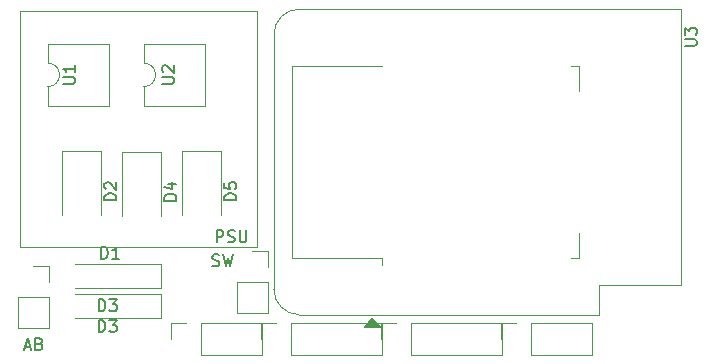
<source format=gbr>
%TF.GenerationSoftware,KiCad,Pcbnew,5.1.6-c6e7f7d~87~ubuntu18.04.1*%
%TF.CreationDate,2020-09-18T00:52:06+02:00*%
%TF.ProjectId,airpcb_smd,61697270-6362-45f7-936d-642e6b696361,rev?*%
%TF.SameCoordinates,Original*%
%TF.FileFunction,Legend,Top*%
%TF.FilePolarity,Positive*%
%FSLAX46Y46*%
G04 Gerber Fmt 4.6, Leading zero omitted, Abs format (unit mm)*
G04 Created by KiCad (PCBNEW 5.1.6-c6e7f7d~87~ubuntu18.04.1) date 2020-09-18 00:52:06*
%MOMM*%
%LPD*%
G01*
G04 APERTURE LIST*
%ADD10C,0.120000*%
%ADD11C,0.150000*%
G04 APERTURE END LIST*
D10*
%TO.C,J11*%
X71468000Y-34384000D02*
X71468000Y-14384000D01*
X51468000Y-14384000D02*
X51468000Y-34384000D01*
X51468000Y-34384000D02*
X71468000Y-34384000D01*
X51468000Y-14384000D02*
X71468000Y-14384000D01*
%TO.C,U3*%
X100500000Y-37568000D02*
X107400000Y-37568000D01*
X100500000Y-40108000D02*
X100500000Y-37568000D01*
D11*
G36*
X80645000Y-41148000D02*
G01*
X81915000Y-41148000D01*
X81280000Y-40513000D01*
X80645000Y-41148000D01*
G37*
X80645000Y-41148000D02*
X81915000Y-41148000D01*
X81280000Y-40513000D01*
X80645000Y-41148000D01*
D10*
X72940000Y-16368000D02*
X72940000Y-37978000D01*
X107400000Y-14248000D02*
X75070000Y-14248000D01*
X100500000Y-40108000D02*
X75070000Y-40108000D01*
X107400000Y-37568000D02*
X107400000Y-14248000D01*
X72940000Y-16378000D02*
G75*
G02*
X75070000Y-14248000I2130000J0D01*
G01*
X75070000Y-40108000D02*
G75*
G02*
X72940000Y-37978000I0J2130000D01*
G01*
%TO.C,U4*%
X82114000Y-35298000D02*
X82114000Y-35908000D01*
X82114000Y-35298000D02*
X74494000Y-35298000D01*
X98734000Y-35298000D02*
X98114000Y-35298000D01*
X98734000Y-33178000D02*
X98734000Y-35298000D01*
X98734000Y-19058000D02*
X98734000Y-21178000D01*
X98114000Y-19058000D02*
X98734000Y-19058000D01*
X74494000Y-19058000D02*
X82114000Y-19058000D01*
X74494000Y-35298000D02*
X74494000Y-19058000D01*
%TO.C,D2*%
X58292000Y-26286000D02*
X58292000Y-31686000D01*
X54992000Y-26286000D02*
X54992000Y-31686000D01*
X58292000Y-26286000D02*
X54992000Y-26286000D01*
%TO.C,D4*%
X63372000Y-26318000D02*
X60072000Y-26318000D01*
X60072000Y-26318000D02*
X60072000Y-31718000D01*
X63372000Y-26318000D02*
X63372000Y-31718000D01*
%TO.C,D5*%
X68452000Y-26286000D02*
X65152000Y-26286000D01*
X65152000Y-26286000D02*
X65152000Y-31686000D01*
X68452000Y-26286000D02*
X68452000Y-31686000D01*
%TO.C,J1*%
X84582000Y-43494000D02*
X84582000Y-40834000D01*
X84582000Y-43494000D02*
X92262000Y-43494000D01*
X92262000Y-43494000D02*
X92262000Y-40834000D01*
X84582000Y-40834000D02*
X92262000Y-40834000D01*
X81982000Y-40834000D02*
X83312000Y-40834000D01*
X81982000Y-42164000D02*
X81982000Y-40834000D01*
%TO.C,J2*%
X71822000Y-42164000D02*
X71822000Y-40834000D01*
X71822000Y-40834000D02*
X73152000Y-40834000D01*
X74422000Y-40834000D02*
X82102000Y-40834000D01*
X82102000Y-43494000D02*
X82102000Y-40834000D01*
X74422000Y-43494000D02*
X82102000Y-43494000D01*
X74422000Y-43494000D02*
X74422000Y-40834000D01*
%TO.C,J3*%
X69790000Y-37338000D02*
X72450000Y-37338000D01*
X69790000Y-37338000D02*
X69790000Y-39938000D01*
X69790000Y-39938000D02*
X72450000Y-39938000D01*
X72450000Y-37338000D02*
X72450000Y-39938000D01*
X72450000Y-34738000D02*
X72450000Y-36068000D01*
X71120000Y-34738000D02*
X72450000Y-34738000D01*
%TO.C,J4*%
X52578000Y-36008000D02*
X53908000Y-36008000D01*
X53908000Y-36008000D02*
X53908000Y-37338000D01*
X53908000Y-38608000D02*
X53908000Y-41208000D01*
X51248000Y-41208000D02*
X53908000Y-41208000D01*
X51248000Y-38608000D02*
X51248000Y-41208000D01*
X51248000Y-38608000D02*
X53908000Y-38608000D01*
%TO.C,J7*%
X94742000Y-43494000D02*
X94742000Y-40834000D01*
X94742000Y-43494000D02*
X99882000Y-43494000D01*
X99882000Y-43494000D02*
X99882000Y-40834000D01*
X94742000Y-40834000D02*
X99882000Y-40834000D01*
X92142000Y-40834000D02*
X93472000Y-40834000D01*
X92142000Y-42164000D02*
X92142000Y-40834000D01*
%TO.C,J8*%
X64202000Y-42164000D02*
X64202000Y-40834000D01*
X64202000Y-40834000D02*
X65532000Y-40834000D01*
X66802000Y-40834000D02*
X71942000Y-40834000D01*
X71942000Y-43494000D02*
X71942000Y-40834000D01*
X66802000Y-43494000D02*
X71942000Y-43494000D01*
X66802000Y-43494000D02*
X66802000Y-40834000D01*
%TO.C,U1*%
X53788000Y-20812000D02*
X53788000Y-22462000D01*
X53788000Y-22462000D02*
X58988000Y-22462000D01*
X58988000Y-22462000D02*
X58988000Y-17162000D01*
X58988000Y-17162000D02*
X53788000Y-17162000D01*
X53788000Y-17162000D02*
X53788000Y-18812000D01*
X53788000Y-18812000D02*
G75*
G02*
X53788000Y-20812000I0J-1000000D01*
G01*
%TO.C,U2*%
X61916000Y-17162000D02*
X61916000Y-18812000D01*
X67116000Y-17162000D02*
X61916000Y-17162000D01*
X67116000Y-22462000D02*
X67116000Y-17162000D01*
X61916000Y-22462000D02*
X67116000Y-22462000D01*
X61916000Y-20812000D02*
X61916000Y-22462000D01*
X61916000Y-18812000D02*
G75*
G02*
X61916000Y-20812000I0J-1000000D01*
G01*
%TO.C,D1*%
X56095000Y-37830000D02*
X63395000Y-37830000D01*
X63395000Y-37830000D02*
X63395000Y-35830000D01*
X63395000Y-35830000D02*
X56095000Y-35830000D01*
%TO.C,D3*%
X63395000Y-38370000D02*
X56095000Y-38370000D01*
X63395000Y-40370000D02*
X63395000Y-38370000D01*
X56095000Y-40370000D02*
X63395000Y-40370000D01*
%TO.C,J11*%
D11*
X68080095Y-33980380D02*
X68080095Y-32980380D01*
X68461047Y-32980380D01*
X68556285Y-33028000D01*
X68603904Y-33075619D01*
X68651523Y-33170857D01*
X68651523Y-33313714D01*
X68603904Y-33408952D01*
X68556285Y-33456571D01*
X68461047Y-33504190D01*
X68080095Y-33504190D01*
X69032476Y-33932761D02*
X69175333Y-33980380D01*
X69413428Y-33980380D01*
X69508666Y-33932761D01*
X69556285Y-33885142D01*
X69603904Y-33789904D01*
X69603904Y-33694666D01*
X69556285Y-33599428D01*
X69508666Y-33551809D01*
X69413428Y-33504190D01*
X69222952Y-33456571D01*
X69127714Y-33408952D01*
X69080095Y-33361333D01*
X69032476Y-33266095D01*
X69032476Y-33170857D01*
X69080095Y-33075619D01*
X69127714Y-33028000D01*
X69222952Y-32980380D01*
X69461047Y-32980380D01*
X69603904Y-33028000D01*
X70032476Y-32980380D02*
X70032476Y-33789904D01*
X70080095Y-33885142D01*
X70127714Y-33932761D01*
X70222952Y-33980380D01*
X70413428Y-33980380D01*
X70508666Y-33932761D01*
X70556285Y-33885142D01*
X70603904Y-33789904D01*
X70603904Y-32980380D01*
%TO.C,U3*%
X107732380Y-17369904D02*
X108541904Y-17369904D01*
X108637142Y-17322285D01*
X108684761Y-17274666D01*
X108732380Y-17179428D01*
X108732380Y-16988952D01*
X108684761Y-16893714D01*
X108637142Y-16846095D01*
X108541904Y-16798476D01*
X107732380Y-16798476D01*
X107732380Y-16417523D02*
X107732380Y-15798476D01*
X108113333Y-16131809D01*
X108113333Y-15988952D01*
X108160952Y-15893714D01*
X108208571Y-15846095D01*
X108303809Y-15798476D01*
X108541904Y-15798476D01*
X108637142Y-15846095D01*
X108684761Y-15893714D01*
X108732380Y-15988952D01*
X108732380Y-16274666D01*
X108684761Y-16369904D01*
X108637142Y-16417523D01*
%TO.C,D2*%
X59594380Y-30424095D02*
X58594380Y-30424095D01*
X58594380Y-30186000D01*
X58642000Y-30043142D01*
X58737238Y-29947904D01*
X58832476Y-29900285D01*
X59022952Y-29852666D01*
X59165809Y-29852666D01*
X59356285Y-29900285D01*
X59451523Y-29947904D01*
X59546761Y-30043142D01*
X59594380Y-30186000D01*
X59594380Y-30424095D01*
X58689619Y-29471714D02*
X58642000Y-29424095D01*
X58594380Y-29328857D01*
X58594380Y-29090761D01*
X58642000Y-28995523D01*
X58689619Y-28947904D01*
X58784857Y-28900285D01*
X58880095Y-28900285D01*
X59022952Y-28947904D01*
X59594380Y-29519333D01*
X59594380Y-28900285D01*
%TO.C,D4*%
X64674380Y-30456095D02*
X63674380Y-30456095D01*
X63674380Y-30218000D01*
X63722000Y-30075142D01*
X63817238Y-29979904D01*
X63912476Y-29932285D01*
X64102952Y-29884666D01*
X64245809Y-29884666D01*
X64436285Y-29932285D01*
X64531523Y-29979904D01*
X64626761Y-30075142D01*
X64674380Y-30218000D01*
X64674380Y-30456095D01*
X64007714Y-29027523D02*
X64674380Y-29027523D01*
X63626761Y-29265619D02*
X64341047Y-29503714D01*
X64341047Y-28884666D01*
%TO.C,D5*%
X69754380Y-30424095D02*
X68754380Y-30424095D01*
X68754380Y-30186000D01*
X68802000Y-30043142D01*
X68897238Y-29947904D01*
X68992476Y-29900285D01*
X69182952Y-29852666D01*
X69325809Y-29852666D01*
X69516285Y-29900285D01*
X69611523Y-29947904D01*
X69706761Y-30043142D01*
X69754380Y-30186000D01*
X69754380Y-30424095D01*
X68754380Y-28947904D02*
X68754380Y-29424095D01*
X69230571Y-29471714D01*
X69182952Y-29424095D01*
X69135333Y-29328857D01*
X69135333Y-29090761D01*
X69182952Y-28995523D01*
X69230571Y-28947904D01*
X69325809Y-28900285D01*
X69563904Y-28900285D01*
X69659142Y-28947904D01*
X69706761Y-28995523D01*
X69754380Y-29090761D01*
X69754380Y-29328857D01*
X69706761Y-29424095D01*
X69659142Y-29471714D01*
%TO.C,J3*%
X67722857Y-35964761D02*
X67865714Y-36012380D01*
X68103809Y-36012380D01*
X68199047Y-35964761D01*
X68246666Y-35917142D01*
X68294285Y-35821904D01*
X68294285Y-35726666D01*
X68246666Y-35631428D01*
X68199047Y-35583809D01*
X68103809Y-35536190D01*
X67913333Y-35488571D01*
X67818095Y-35440952D01*
X67770476Y-35393333D01*
X67722857Y-35298095D01*
X67722857Y-35202857D01*
X67770476Y-35107619D01*
X67818095Y-35060000D01*
X67913333Y-35012380D01*
X68151428Y-35012380D01*
X68294285Y-35060000D01*
X68627619Y-35012380D02*
X68865714Y-36012380D01*
X69056190Y-35298095D01*
X69246666Y-36012380D01*
X69484761Y-35012380D01*
%TO.C,J4*%
X51839904Y-42814666D02*
X52316095Y-42814666D01*
X51744666Y-43100380D02*
X52078000Y-42100380D01*
X52411333Y-43100380D01*
X53078000Y-42576571D02*
X53220857Y-42624190D01*
X53268476Y-42671809D01*
X53316095Y-42767047D01*
X53316095Y-42909904D01*
X53268476Y-43005142D01*
X53220857Y-43052761D01*
X53125619Y-43100380D01*
X52744666Y-43100380D01*
X52744666Y-42100380D01*
X53078000Y-42100380D01*
X53173238Y-42148000D01*
X53220857Y-42195619D01*
X53268476Y-42290857D01*
X53268476Y-42386095D01*
X53220857Y-42481333D01*
X53173238Y-42528952D01*
X53078000Y-42576571D01*
X52744666Y-42576571D01*
%TO.C,U1*%
X55078380Y-20573904D02*
X55887904Y-20573904D01*
X55983142Y-20526285D01*
X56030761Y-20478666D01*
X56078380Y-20383428D01*
X56078380Y-20192952D01*
X56030761Y-20097714D01*
X55983142Y-20050095D01*
X55887904Y-20002476D01*
X55078380Y-20002476D01*
X56078380Y-19002476D02*
X56078380Y-19573904D01*
X56078380Y-19288190D02*
X55078380Y-19288190D01*
X55221238Y-19383428D01*
X55316476Y-19478666D01*
X55364095Y-19573904D01*
%TO.C,U2*%
X63460380Y-20573904D02*
X64269904Y-20573904D01*
X64365142Y-20526285D01*
X64412761Y-20478666D01*
X64460380Y-20383428D01*
X64460380Y-20192952D01*
X64412761Y-20097714D01*
X64365142Y-20050095D01*
X64269904Y-20002476D01*
X63460380Y-20002476D01*
X63555619Y-19573904D02*
X63508000Y-19526285D01*
X63460380Y-19431047D01*
X63460380Y-19192952D01*
X63508000Y-19097714D01*
X63555619Y-19050095D01*
X63650857Y-19002476D01*
X63746095Y-19002476D01*
X63888952Y-19050095D01*
X64460380Y-19621523D01*
X64460380Y-19002476D01*
%TO.C,D1*%
X58316904Y-35377380D02*
X58316904Y-34377380D01*
X58555000Y-34377380D01*
X58697857Y-34425000D01*
X58793095Y-34520238D01*
X58840714Y-34615476D01*
X58888333Y-34805952D01*
X58888333Y-34948809D01*
X58840714Y-35139285D01*
X58793095Y-35234523D01*
X58697857Y-35329761D01*
X58555000Y-35377380D01*
X58316904Y-35377380D01*
X59840714Y-35377380D02*
X59269285Y-35377380D01*
X59555000Y-35377380D02*
X59555000Y-34377380D01*
X59459761Y-34520238D01*
X59364523Y-34615476D01*
X59269285Y-34663095D01*
%TO.C,D3*%
X58106904Y-41572380D02*
X58106904Y-40572380D01*
X58345000Y-40572380D01*
X58487857Y-40620000D01*
X58583095Y-40715238D01*
X58630714Y-40810476D01*
X58678333Y-41000952D01*
X58678333Y-41143809D01*
X58630714Y-41334285D01*
X58583095Y-41429523D01*
X58487857Y-41524761D01*
X58345000Y-41572380D01*
X58106904Y-41572380D01*
X59011666Y-40572380D02*
X59630714Y-40572380D01*
X59297380Y-40953333D01*
X59440238Y-40953333D01*
X59535476Y-41000952D01*
X59583095Y-41048571D01*
X59630714Y-41143809D01*
X59630714Y-41381904D01*
X59583095Y-41477142D01*
X59535476Y-41524761D01*
X59440238Y-41572380D01*
X59154523Y-41572380D01*
X59059285Y-41524761D01*
X59011666Y-41477142D01*
X58106904Y-39822380D02*
X58106904Y-38822380D01*
X58345000Y-38822380D01*
X58487857Y-38870000D01*
X58583095Y-38965238D01*
X58630714Y-39060476D01*
X58678333Y-39250952D01*
X58678333Y-39393809D01*
X58630714Y-39584285D01*
X58583095Y-39679523D01*
X58487857Y-39774761D01*
X58345000Y-39822380D01*
X58106904Y-39822380D01*
X59011666Y-38822380D02*
X59630714Y-38822380D01*
X59297380Y-39203333D01*
X59440238Y-39203333D01*
X59535476Y-39250952D01*
X59583095Y-39298571D01*
X59630714Y-39393809D01*
X59630714Y-39631904D01*
X59583095Y-39727142D01*
X59535476Y-39774761D01*
X59440238Y-39822380D01*
X59154523Y-39822380D01*
X59059285Y-39774761D01*
X59011666Y-39727142D01*
%TD*%
M02*

</source>
